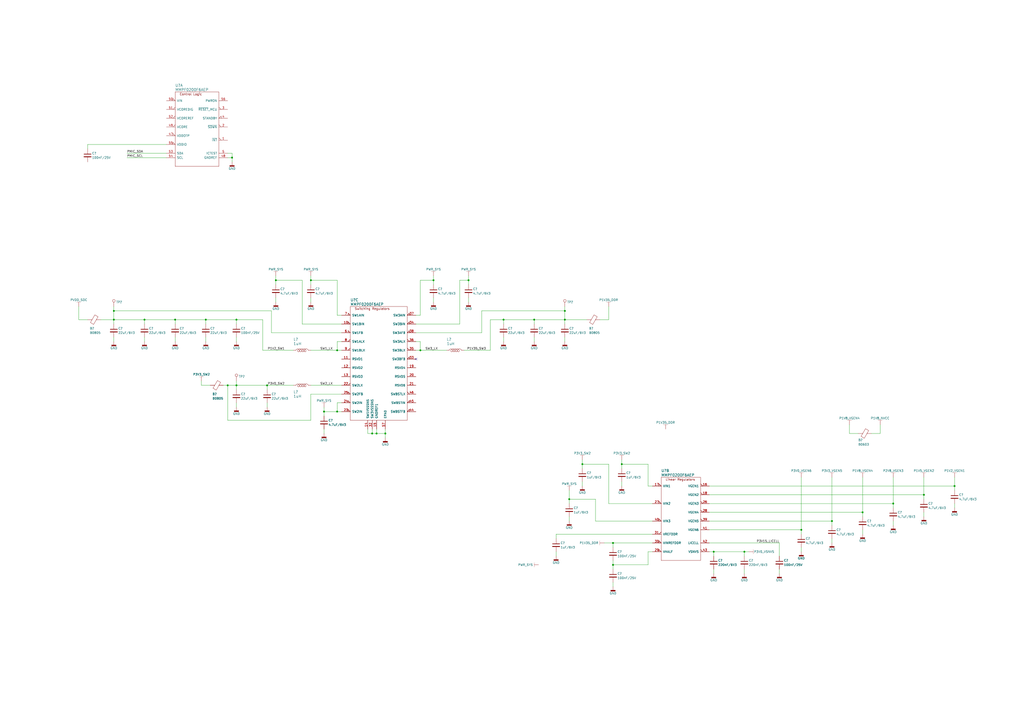
<source format=kicad_sch>
(kicad_sch (version 20210126) (generator eeschema)
  (paper "A2")
  (lib_symbols
    (symbol "symbol:B0603" (pin_numbers hide) (pin_names (offset 0))
      (property "Reference" "B" (at 2.54 2.54 0))
      (property "Value" "B0603" (at 2.54 0 0))
      (symbol "B0603_1_1"
        (pin passive line (at 0 5.08 270) (length 2.54) (name "~") (number "1"))
        (pin passive line (at 0 -2.54 90) (length 2.54) (name "~") (number "2"))
      )
    )
    (symbol "symbol:B0805" (pin_numbers hide) (pin_names (offset 0))
      (property "Reference" "B" (at 2.54 2.54 0))
      (property "Value" "B0805" (at 2.54 0 0))
      (symbol "B0805_1_1"
        (pin passive line (at 0 5.08 270) (length 2.54) (name "~") (number "1"))
        (pin passive line (at 0 -2.54 90) (length 2.54) (name "~") (number "2"))
      )
    )
    (symbol "symbol:C0402" (pin_numbers hide) (pin_names (offset 0.254))
      (property "Reference" "C" (at 2.54 2.54 0))
      (property "Value" "C0402" (at 2.54 0 0))
      (symbol "C0402_1_1"
        (pin passive line (at 0 5.08 270) (length 3.048) (name "~") (number "1"))
        (pin passive line (at 0 -2.54 90) (length 2.794) (name "~") (number "2"))
      )
    )
    (symbol "symbol:C0603" (pin_numbers hide) (pin_names (offset 0.254))
      (property "Reference" "C" (at 2.54 2.54 0))
      (property "Value" "C0603" (at 2.54 0 0))
      (symbol "C0603_1_1"
        (pin passive line (at 0 5.08 270) (length 3.048) (name "~") (number "1"))
        (pin passive line (at 0 -2.54 90) (length 2.794) (name "~") (number "2"))
      )
    )
    (symbol "symbol:GND" (power) (pin_names (offset 0))
      (property "Value" "GND" (at 0 -3.81 0))
      (symbol "GND_1_1"
        (pin power_in line (at 0 0 270) (length 0) hide (name "GND") (number "1"))
      )
    )
    (symbol "symbol:Inductor" (pin_numbers hide) (pin_names (offset 1.016) hide)
      (property "Reference" "L" (at -5.08 5.08 0))
      (property "Value" "Inductor" (at -5.08 2.54 0))
      (symbol "Inductor_1_1"
        (pin passive line (at -5.08 0 0) (length 1.4986) (name "~") (number "1"))
        (pin passive line (at 5.08 0 180) (length 1.4986) (name "~") (number "2"))
      )
    )
    (symbol "symbol:MMPF0200F6AEP" (pin_names (offset 1.016))
      (property "Reference" "U" (at 5.08 6.35 0))
      (property "Value" "MMPF0200F6AEP" (at 5.08 3.81 0))
      (symbol "MMPF0200F6AEP_1_0"
        (text "Control Logic" (at 7.62 1.27 0) (effects (font (size 1.27 1.27)) (justify left)))
      )
      (symbol "MMPF0200F6AEP_1_1"
        (pin passive output_low (at 35.56 -25.4 180) (length 5.08) (name "~INT") (number "1"))
        (pin passive output_low (at 35.56 -17.78 180) (length 5.08) (name "~SDWN") (number "2"))
        (pin passive output_low (at 35.56 -7.62 180) (length 5.08) (name "~RESET~_MCU") (number "3"))
        (pin passive input_low (at 35.56 -12.7 180) (length 5.08) (name "STANDBY") (number "4"))
        (pin passive input_low (at 0 -22.86 0) (length 5.08) (name "VDDOTP") (number "47"))
        (pin passive line (at 35.56 -35.56 180) (length 5.08) (name "GNDREF") (number "48"))
        (pin passive output_low (at 0 -17.78 0) (length 5.08) (name "VCORE") (number "49"))
        (pin passive line (at 35.56 -33.02 180) (length 5.08) (name "ICTEST") (number "5"))
        (pin passive input_low (at 0 -2.54 0) (length 5.08) (name "VIN") (number "50"))
        (pin passive output_low (at 0 -7.62 0) (length 5.08) (name "VCOREDIG") (number "51"))
        (pin passive output_low (at 0 -12.7 0) (length 5.08) (name "VCOREREF") (number "52"))
        (pin passive line (at 0 -33.02 0) (length 5.08) (name "SDA") (number "53"))
        (pin passive line (at 0 -35.56 0) (length 5.08) (name "SCL") (number "54"))
        (pin passive input_low (at 0 -27.94 0) (length 5.08) (name "VDDIO") (number "55"))
        (pin passive line (at 35.56 -2.54 180) (length 5.08) (name "PWRON") (number "56"))
      )
      (symbol "MMPF0200F6AEP_2_0"
        (text "Linear Regulators" (at 7.62 1.27 0) (effects (font (size 1.27 1.27)) (justify left)))
      )
      (symbol "MMPF0200F6AEP_2_1"
        (pin passive output_low (at 33.02 -2.54 180) (length 5.08) (name "VGEN1") (number "16"))
        (pin passive input_low (at 0 -2.54 0) (length 5.08) (name "VIN1") (number "17"))
        (pin passive output_low (at 33.02 -7.62 180) (length 5.08) (name "VGEN2") (number "18"))
        (pin passive output_low (at 33.02 -12.7 180) (length 5.08) (name "VGEN3") (number "26"))
        (pin passive input_low (at 0 -12.7 0) (length 5.08) (name "VIN2") (number "27"))
        (pin passive output_low (at 33.02 -17.78 180) (length 5.08) (name "VGEN4") (number "28"))
        (pin passive input_low (at 0 -40.64 0) (length 5.08) (name "VHALF") (number "29"))
        (pin passive input_low (at 0 -35.56 0) (length 5.08) (name "VINREFDDR") (number "30"))
        (pin passive output_low (at 0 -30.48 0) (length 5.08) (name "VREFDDR") (number "31"))
        (pin passive output_low (at 33.02 -22.86 180) (length 5.08) (name "VGEN5") (number "39"))
        (pin passive input_low (at 0 -22.86 0) (length 5.08) (name "VIN3") (number "40"))
        (pin passive line (at 33.02 -27.94 180) (length 5.08) (name "VGEN6") (number "41"))
        (pin passive line (at 33.02 -35.56 180) (length 5.08) (name "LICELL") (number "42"))
        (pin passive output_low (at 33.02 -40.64 180) (length 5.08) (name "VSNVS") (number "43"))
      )
      (symbol "MMPF0200F6AEP_3_0"
        (text "Switching Regulators" (at 7.62 1.27 0) (effects (font (size 1.27 1.27)) (justify left)))
      )
      (symbol "MMPF0200F6AEP_3_1"
        (pin passive input_low (at 0 -7.62 0) (length 5.08) (name "SW1BIN") (number "10"))
        (pin passive line (at 0 -27.94 0) (length 5.08) (name "RSVD1") (number "11"))
        (pin passive line (at 0 -33.02 0) (length 5.08) (name "RSVD2") (number "12"))
        (pin passive line (at 0 -38.1 0) (length 5.08) (name "RSVD3") (number "13"))
        (pin passive line (at 15.24 -68.58 90) (length 5.08) (name "SW1VSSSNS") (number "14"))
        (pin passive line (at 20.32 -68.58 90) (length 5.08) (name "GNDREF1") (number "15"))
        (pin passive line (at 43.18 -33.02 180) (length 5.08) (name "RSVD4") (number "19"))
        (pin passive line (at 43.18 -38.1 180) (length 5.08) (name "RSVD5") (number "20"))
        (pin passive line (at 43.18 -43.18 180) (length 5.08) (name "RSVD6") (number "21"))
        (pin passive output_low (at 0 -43.18 0) (length 5.08) (name "SW2LX") (number "22"))
        (pin passive input_low (at 0 -58.42 0) (length 5.08) (name "SW2IN") (number "23"))
        (pin passive input_low (at 0 -53.34 0) (length 5.08) (name "SW2IN") (number "24"))
        (pin passive input_low (at 0 -48.26 0) (length 5.08) (name "SW2FB") (number "25"))
        (pin passive line (at 17.78 -68.58 90) (length 5.08) (name "SW3VSSSNS") (number "32"))
        (pin passive input_low (at 43.18 -27.94 180) (length 5.08) (name "SW3BFB") (number "33"))
        (pin passive input_low (at 43.18 -7.62 180) (length 5.08) (name "SW3BIN") (number "34"))
        (pin passive output_low (at 43.18 -22.86 180) (length 5.08) (name "SW3BLX") (number "35"))
        (pin passive output_low (at 43.18 -17.78 180) (length 5.08) (name "SW3ALX") (number "36"))
        (pin passive input_low (at 43.18 -2.54 180) (length 5.08) (name "SW3AIN") (number "37"))
        (pin passive input_low (at 43.18 -12.7 180) (length 5.08) (name "SW3AFB") (number "38"))
        (pin passive input_low (at 43.18 -58.42 180) (length 5.08) (name "SWBSTFB") (number "44"))
        (pin passive input_low (at 43.18 -53.34 180) (length 5.08) (name "SWBSTIN") (number "45"))
        (pin passive output_low (at 43.18 -48.26 180) (length 5.08) (name "SWBSTLX") (number "46"))
        (pin passive line (at 25.4 -68.58 90) (length 5.08) (name "EPAD") (number "57"))
        (pin passive input_low (at 0 -12.7 0) (length 5.08) (name "SW1FB") (number "6"))
        (pin passive input_low (at 0 -2.54 0) (length 5.08) (name "SW1AIN") (number "7"))
        (pin passive output_low (at 0 -17.78 0) (length 5.08) (name "SW1ALX") (number "8"))
        (pin passive output_low (at 0 -22.86 0) (length 5.08) (name "SW1BLX") (number "9"))
      )
    )
    (symbol "symbol:MMPF0200F6AEP_1" (pin_names (offset 1.016))
      (property "Reference" "U" (at 5.08 6.35 0))
      (property "Value" "MMPF0200F6AEP" (at 5.08 3.81 0))
      (symbol "MMPF0200F6AEP_1_1_0"
        (text "Control Logic" (at 7.62 1.27 0) (effects (font (size 1.27 1.27)) (justify left)))
      )
      (symbol "MMPF0200F6AEP_1_1_1"
        (pin passive output_low (at 35.56 -25.4 180) (length 5.08) (name "~INT") (number "1"))
        (pin passive output_low (at 35.56 -17.78 180) (length 5.08) (name "~SDWN") (number "2"))
        (pin passive output_low (at 35.56 -7.62 180) (length 5.08) (name "~RESET~_MCU") (number "3"))
        (pin passive input_low (at 35.56 -12.7 180) (length 5.08) (name "STANDBY") (number "4"))
        (pin passive input_low (at 0 -22.86 0) (length 5.08) (name "VDDOTP") (number "47"))
        (pin passive line (at 35.56 -35.56 180) (length 5.08) (name "GNDREF") (number "48"))
        (pin passive output_low (at 0 -17.78 0) (length 5.08) (name "VCORE") (number "49"))
        (pin passive line (at 35.56 -33.02 180) (length 5.08) (name "ICTEST") (number "5"))
        (pin passive input_low (at 0 -2.54 0) (length 5.08) (name "VIN") (number "50"))
        (pin passive output_low (at 0 -7.62 0) (length 5.08) (name "VCOREDIG") (number "51"))
        (pin passive output_low (at 0 -12.7 0) (length 5.08) (name "VCOREREF") (number "52"))
        (pin passive line (at 0 -33.02 0) (length 5.08) (name "SDA") (number "53"))
        (pin passive line (at 0 -35.56 0) (length 5.08) (name "SCL") (number "54"))
        (pin passive input_low (at 0 -27.94 0) (length 5.08) (name "VDDIO") (number "55"))
        (pin passive line (at 35.56 -2.54 180) (length 5.08) (name "PWRON") (number "56"))
      )
      (symbol "MMPF0200F6AEP_1_2_0"
        (text "Linear Regulators" (at 7.62 1.27 0) (effects (font (size 1.27 1.27)) (justify left)))
      )
      (symbol "MMPF0200F6AEP_1_2_1"
        (pin passive output_low (at 33.02 -2.54 180) (length 5.08) (name "VGEN1") (number "16"))
        (pin passive input_low (at 0 -2.54 0) (length 5.08) (name "VIN1") (number "17"))
        (pin passive output_low (at 33.02 -7.62 180) (length 5.08) (name "VGEN2") (number "18"))
        (pin passive output_low (at 33.02 -12.7 180) (length 5.08) (name "VGEN3") (number "26"))
        (pin passive input_low (at 0 -12.7 0) (length 5.08) (name "VIN2") (number "27"))
        (pin passive output_low (at 33.02 -17.78 180) (length 5.08) (name "VGEN4") (number "28"))
        (pin passive input_low (at 0 -40.64 0) (length 5.08) (name "VHALF") (number "29"))
        (pin passive input_low (at 0 -35.56 0) (length 5.08) (name "VINREFDDR") (number "30"))
        (pin passive output_low (at 0 -30.48 0) (length 5.08) (name "VREFDDR") (number "31"))
        (pin passive output_low (at 33.02 -22.86 180) (length 5.08) (name "VGEN5") (number "39"))
        (pin passive input_low (at 0 -22.86 0) (length 5.08) (name "VIN3") (number "40"))
        (pin passive line (at 33.02 -27.94 180) (length 5.08) (name "VGEN6") (number "41"))
        (pin passive line (at 33.02 -35.56 180) (length 5.08) (name "LICELL") (number "42"))
        (pin passive output_low (at 33.02 -40.64 180) (length 5.08) (name "VSNVS") (number "43"))
      )
      (symbol "MMPF0200F6AEP_1_3_0"
        (text "Switching Regulators" (at 7.62 1.27 0) (effects (font (size 1.27 1.27)) (justify left)))
      )
      (symbol "MMPF0200F6AEP_1_3_1"
        (pin passive input_low (at 0 -7.62 0) (length 5.08) (name "SW1BIN") (number "10"))
        (pin passive line (at 0 -27.94 0) (length 5.08) (name "RSVD1") (number "11"))
        (pin passive line (at 0 -33.02 0) (length 5.08) (name "RSVD2") (number "12"))
        (pin passive line (at 0 -38.1 0) (length 5.08) (name "RSVD3") (number "13"))
        (pin passive line (at 15.24 -68.58 90) (length 5.08) (name "SW1VSSSNS") (number "14"))
        (pin passive line (at 20.32 -68.58 90) (length 5.08) (name "GNDREF1") (number "15"))
        (pin passive line (at 43.18 -33.02 180) (length 5.08) (name "RSVD4") (number "19"))
        (pin passive line (at 43.18 -38.1 180) (length 5.08) (name "RSVD5") (number "20"))
        (pin passive line (at 43.18 -43.18 180) (length 5.08) (name "RSVD6") (number "21"))
        (pin passive output_low (at 0 -43.18 0) (length 5.08) (name "SW2LX") (number "22"))
        (pin passive input_low (at 0 -58.42 0) (length 5.08) (name "SW2IN") (number "23"))
        (pin passive input_low (at 0 -53.34 0) (length 5.08) (name "SW2IN") (number "24"))
        (pin passive input_low (at 0 -48.26 0) (length 5.08) (name "SW2FB") (number "25"))
        (pin passive line (at 17.78 -68.58 90) (length 5.08) (name "SW3VSSSNS") (number "32"))
        (pin passive input_low (at 43.18 -27.94 180) (length 5.08) (name "SW3BFB") (number "33"))
        (pin passive input_low (at 43.18 -7.62 180) (length 5.08) (name "SW3BIN") (number "34"))
        (pin passive output_low (at 43.18 -22.86 180) (length 5.08) (name "SW3BLX") (number "35"))
        (pin passive output_low (at 43.18 -17.78 180) (length 5.08) (name "SW3ALX") (number "36"))
        (pin passive input_low (at 43.18 -2.54 180) (length 5.08) (name "SW3AIN") (number "37"))
        (pin passive input_low (at 43.18 -12.7 180) (length 5.08) (name "SW3AFB") (number "38"))
        (pin passive input_low (at 43.18 -58.42 180) (length 5.08) (name "SWBSTFB") (number "44"))
        (pin passive input_low (at 43.18 -53.34 180) (length 5.08) (name "SWBSTIN") (number "45"))
        (pin passive output_low (at 43.18 -48.26 180) (length 5.08) (name "SWBSTLX") (number "46"))
        (pin passive line (at 25.4 -68.58 90) (length 5.08) (name "EPAD") (number "57"))
        (pin passive input_low (at 0 -12.7 0) (length 5.08) (name "SW1FB") (number "6"))
        (pin passive input_low (at 0 -2.54 0) (length 5.08) (name "SW1AIN") (number "7"))
        (pin passive output_low (at 0 -17.78 0) (length 5.08) (name "SW1ALX") (number "8"))
        (pin passive output_low (at 0 -22.86 0) (length 5.08) (name "SW1BLX") (number "9"))
      )
    )
    (symbol "symbol:MMPF0200F6AEP_2" (pin_names (offset 1.016))
      (property "Reference" "U" (at 5.08 6.35 0))
      (property "Value" "MMPF0200F6AEP" (at 5.08 3.81 0))
      (symbol "MMPF0200F6AEP_2_1_0"
        (text "Control Logic" (at 7.62 1.27 0) (effects (font (size 1.27 1.27)) (justify left)))
      )
      (symbol "MMPF0200F6AEP_2_1_1"
        (pin passive output_low (at 35.56 -25.4 180) (length 5.08) (name "~INT") (number "1"))
        (pin passive output_low (at 35.56 -17.78 180) (length 5.08) (name "~SDWN") (number "2"))
        (pin passive output_low (at 35.56 -7.62 180) (length 5.08) (name "~RESET~_MCU") (number "3"))
        (pin passive input_low (at 35.56 -12.7 180) (length 5.08) (name "STANDBY") (number "4"))
        (pin passive input_low (at 0 -22.86 0) (length 5.08) (name "VDDOTP") (number "47"))
        (pin passive line (at 35.56 -35.56 180) (length 5.08) (name "GNDREF") (number "48"))
        (pin passive output_low (at 0 -17.78 0) (length 5.08) (name "VCORE") (number "49"))
        (pin passive line (at 35.56 -33.02 180) (length 5.08) (name "ICTEST") (number "5"))
        (pin passive input_low (at 0 -2.54 0) (length 5.08) (name "VIN") (number "50"))
        (pin passive output_low (at 0 -7.62 0) (length 5.08) (name "VCOREDIG") (number "51"))
        (pin passive output_low (at 0 -12.7 0) (length 5.08) (name "VCOREREF") (number "52"))
        (pin passive line (at 0 -33.02 0) (length 5.08) (name "SDA") (number "53"))
        (pin passive line (at 0 -35.56 0) (length 5.08) (name "SCL") (number "54"))
        (pin passive input_low (at 0 -27.94 0) (length 5.08) (name "VDDIO") (number "55"))
        (pin passive line (at 35.56 -2.54 180) (length 5.08) (name "PWRON") (number "56"))
      )
      (symbol "MMPF0200F6AEP_2_2_0"
        (text "Linear Regulators" (at 7.62 1.27 0) (effects (font (size 1.27 1.27)) (justify left)))
      )
      (symbol "MMPF0200F6AEP_2_2_1"
        (pin passive output_low (at 33.02 -2.54 180) (length 5.08) (name "VGEN1") (number "16"))
        (pin passive input_low (at 0 -2.54 0) (length 5.08) (name "VIN1") (number "17"))
        (pin passive output_low (at 33.02 -7.62 180) (length 5.08) (name "VGEN2") (number "18"))
        (pin passive output_low (at 33.02 -12.7 180) (length 5.08) (name "VGEN3") (number "26"))
        (pin passive input_low (at 0 -12.7 0) (length 5.08) (name "VIN2") (number "27"))
        (pin passive output_low (at 33.02 -17.78 180) (length 5.08) (name "VGEN4") (number "28"))
        (pin passive input_low (at 0 -40.64 0) (length 5.08) (name "VHALF") (number "29"))
        (pin passive input_low (at 0 -35.56 0) (length 5.08) (name "VINREFDDR") (number "30"))
        (pin passive output_low (at 0 -30.48 0) (length 5.08) (name "VREFDDR") (number "31"))
        (pin passive output_low (at 33.02 -22.86 180) (length 5.08) (name "VGEN5") (number "39"))
        (pin passive input_low (at 0 -22.86 0) (length 5.08) (name "VIN3") (number "40"))
        (pin passive line (at 33.02 -27.94 180) (length 5.08) (name "VGEN6") (number "41"))
        (pin passive line (at 33.02 -35.56 180) (length 5.08) (name "LICELL") (number "42"))
        (pin passive output_low (at 33.02 -40.64 180) (length 5.08) (name "VSNVS") (number "43"))
      )
      (symbol "MMPF0200F6AEP_2_3_0"
        (text "Switching Regulators" (at 7.62 1.27 0) (effects (font (size 1.27 1.27)) (justify left)))
      )
      (symbol "MMPF0200F6AEP_2_3_1"
        (pin passive input_low (at 0 -7.62 0) (length 5.08) (name "SW1BIN") (number "10"))
        (pin passive line (at 0 -27.94 0) (length 5.08) (name "RSVD1") (number "11"))
        (pin passive line (at 0 -33.02 0) (length 5.08) (name "RSVD2") (number "12"))
        (pin passive line (at 0 -38.1 0) (length 5.08) (name "RSVD3") (number "13"))
        (pin passive line (at 15.24 -68.58 90) (length 5.08) (name "SW1VSSSNS") (number "14"))
        (pin passive line (at 20.32 -68.58 90) (length 5.08) (name "GNDREF1") (number "15"))
        (pin passive line (at 43.18 -33.02 180) (length 5.08) (name "RSVD4") (number "19"))
        (pin passive line (at 43.18 -38.1 180) (length 5.08) (name "RSVD5") (number "20"))
        (pin passive line (at 43.18 -43.18 180) (length 5.08) (name "RSVD6") (number "21"))
        (pin passive output_low (at 0 -43.18 0) (length 5.08) (name "SW2LX") (number "22"))
        (pin passive input_low (at 0 -58.42 0) (length 5.08) (name "SW2IN") (number "23"))
        (pin passive input_low (at 0 -53.34 0) (length 5.08) (name "SW2IN") (number "24"))
        (pin passive input_low (at 0 -48.26 0) (length 5.08) (name "SW2FB") (number "25"))
        (pin passive line (at 17.78 -68.58 90) (length 5.08) (name "SW3VSSSNS") (number "32"))
        (pin passive input_low (at 43.18 -27.94 180) (length 5.08) (name "SW3BFB") (number "33"))
        (pin passive input_low (at 43.18 -7.62 180) (length 5.08) (name "SW3BIN") (number "34"))
        (pin passive output_low (at 43.18 -22.86 180) (length 5.08) (name "SW3BLX") (number "35"))
        (pin passive output_low (at 43.18 -17.78 180) (length 5.08) (name "SW3ALX") (number "36"))
        (pin passive input_low (at 43.18 -2.54 180) (length 5.08) (name "SW3AIN") (number "37"))
        (pin passive input_low (at 43.18 -12.7 180) (length 5.08) (name "SW3AFB") (number "38"))
        (pin passive input_low (at 43.18 -58.42 180) (length 5.08) (name "SWBSTFB") (number "44"))
        (pin passive input_low (at 43.18 -53.34 180) (length 5.08) (name "SWBSTIN") (number "45"))
        (pin passive output_low (at 43.18 -48.26 180) (length 5.08) (name "SWBSTLX") (number "46"))
        (pin passive line (at 25.4 -68.58 90) (length 5.08) (name "EPAD") (number "57"))
        (pin passive input_low (at 0 -12.7 0) (length 5.08) (name "SW1FB") (number "6"))
        (pin passive input_low (at 0 -2.54 0) (length 5.08) (name "SW1AIN") (number "7"))
        (pin passive output_low (at 0 -17.78 0) (length 5.08) (name "SW1ALX") (number "8"))
        (pin passive output_low (at 0 -22.86 0) (length 5.08) (name "SW1BLX") (number "9"))
      )
    )
    (symbol "symbol:P1V2_VGEN1" (power) (pin_names (offset 0))
      (property "Value" "P1V2_VGEN1" (at 0 3.81 0))
      (symbol "P1V2_VGEN1_1_1"
        (pin power_in line (at 0 0 90) (length 0) hide (name "P1V2_VGEN1") (number "1"))
      )
    )
    (symbol "symbol:P1V35_DDR" (power) (pin_names (offset 0))
      (property "Value" "P1V35_DDR" (at 0 3.81 0))
      (symbol "P1V35_DDR_1_1"
        (pin power_in line (at 0 0 90) (length 0) hide (name "P1V35_DDR") (number "1"))
      )
    )
    (symbol "symbol:P1V5_VGEN2" (power) (pin_names (offset 0))
      (property "Value" "P1V5_VGEN2" (at 0 3.81 0))
      (symbol "P1V5_VGEN2_1_1"
        (pin power_in line (at 0 0 90) (length 0) hide (name "P1V5_VGEN2") (number "1"))
      )
    )
    (symbol "symbol:P1V8_NVCC" (power) (pin_names (offset 0))
      (property "Value" "P1V8_NVCC" (at 0 3.81 0))
      (symbol "P1V8_NVCC_1_1"
        (pin power_in line (at 0 0 90) (length 0) hide (name "P1V8_NVCC") (number "1"))
      )
    )
    (symbol "symbol:P1V8_VGEN4" (power) (pin_names (offset 0))
      (property "Value" "P1V8_VGEN4" (at 0 3.81 0))
      (symbol "P1V8_VGEN4_1_1"
        (pin power_in line (at 0 0 90) (length 0) hide (name "P1V8_VGEN4") (number "1"))
      )
    )
    (symbol "symbol:P2V8_VGEN3" (power) (pin_names (offset 0))
      (property "Value" "P2V8_VGEN3" (at 0 3.81 0))
      (symbol "P2V8_VGEN3_1_1"
        (pin power_in line (at 0 0 90) (length 0) hide (name "P2V8_VGEN3") (number "1"))
      )
    )
    (symbol "symbol:P3V0_VGEN6" (power) (pin_names (offset 0))
      (property "Value" "P3V0_VGEN6" (at 0 3.81 0))
      (symbol "P3V0_VGEN6_1_1"
        (pin power_in line (at 0 0 90) (length 0) hide (name "P3V0_VGEN6") (number "1"))
      )
    )
    (symbol "symbol:P3V0_VSNVS" (power) (pin_names (offset 0))
      (property "Value" "P3V0_VSNVS" (at 0 3.81 0))
      (symbol "P3V0_VSNVS_1_1"
        (pin power_in line (at 0 0 90) (length 0) hide (name "P3V0_VSNVS") (number "1"))
      )
    )
    (symbol "symbol:P3V3_SW2" (power) (pin_names (offset 0))
      (property "Value" "P3V3_SW2" (at 0 3.81 0))
      (symbol "P3V3_SW2_1_1"
        (pin power_in line (at 0 0 90) (length 0) hide (name "P3V3_SW2") (number "1"))
      )
    )
    (symbol "symbol:P3V3_VGEN5" (power) (pin_names (offset 0))
      (property "Value" "P3V3_VGEN5" (at 0 3.81 0))
      (symbol "P3V3_VGEN5_1_1"
        (pin power_in line (at 0 0 90) (length 0) hide (name "P3V3_VGEN5") (number "1"))
      )
    )
    (symbol "symbol:PVDD_SOC" (power) (pin_names (offset 0))
      (property "Value" "PVDD_SOC" (at 0 3.81 0))
      (symbol "PVDD_SOC_1_1"
        (pin power_in line (at 0 0 90) (length 0) hide (name "PVDD_SOC") (number "1"))
      )
    )
    (symbol "symbol:PWR_SYS" (power) (pin_names (offset 0))
      (property "Value" "PWR_SYS" (at 0 3.81 0))
      (symbol "PWR_SYS_1_1"
        (pin power_in line (at 0 0 90) (length 0) hide (name "PWR_SYS") (number "1"))
      )
    )
    (symbol "symbol:TestPoint" (pin_numbers hide) (pin_names (offset 0.762) hide)
      (property "Reference" "TP" (at 0 6.858 0))
      (property "Value" "TestPoint" (at 0 5.08 0))
      (symbol "TestPoint_1_1"
        (pin passive line (at 0 0 90) (length 2.54) (name "1") (number "1"))
      )
    )
  )
  (junction (at 66.04 180.34) (diameter 0.9144))
  (junction (at 66.04 185.42) (diameter 0.9144))
  (junction (at 83.82 185.42) (diameter 0.9144))
  (junction (at 101.6 185.42) (diameter 0.9144))
  (junction (at 119.38 185.42) (diameter 0.9144))
  (junction (at 132.08 223.52) (diameter 0.9144))
  (junction (at 134.62 91.44) (diameter 0.9144))
  (junction (at 137.16 185.42) (diameter 0.9144))
  (junction (at 137.16 223.52) (diameter 0.9144))
  (junction (at 154.94 223.52) (diameter 0.9144))
  (junction (at 160.02 162.56) (diameter 0.9144))
  (junction (at 180.34 162.56) (diameter 0.9144))
  (junction (at 187.96 238.76) (diameter 0.9144))
  (junction (at 195.58 203.2) (diameter 0.9144))
  (junction (at 195.58 238.76) (diameter 0.9144))
  (junction (at 215.9 251.46) (diameter 0.9144))
  (junction (at 218.44 251.46) (diameter 0.9144))
  (junction (at 223.52 251.46) (diameter 0.9144))
  (junction (at 243.84 203.2) (diameter 0.9144))
  (junction (at 251.46 162.56) (diameter 0.9144))
  (junction (at 271.78 162.56) (diameter 0.9144))
  (junction (at 292.1 185.42) (diameter 0.9144))
  (junction (at 309.88 185.42) (diameter 0.9144))
  (junction (at 327.66 180.34) (diameter 0.9144))
  (junction (at 327.66 185.42) (diameter 0.9144))
  (junction (at 330.2 289.56) (diameter 0.9144))
  (junction (at 337.82 269.24) (diameter 0.9144))
  (junction (at 355.6 314.96) (diameter 0.9144))
  (junction (at 355.6 327.66) (diameter 0.9144))
  (junction (at 360.68 269.24) (diameter 0.9144))
  (junction (at 414.02 320.04) (diameter 0.9144))
  (junction (at 431.8 320.04) (diameter 0.9144))
  (junction (at 464.82 307.34) (diameter 0.9144))
  (junction (at 482.6 302.26) (diameter 0.9144))
  (junction (at 500.38 297.18) (diameter 0.9144))
  (junction (at 518.16 292.1) (diameter 0.9144))
  (junction (at 535.94 287.02) (diameter 0.9144))
  (junction (at 553.72 281.94) (diameter 0.9144))
  (no_connect (at 241.3 208.28))
  (wire (pts (xy 45.72 177.8) (xy 45.72 185.42)))
  (wire (pts (xy 45.72 185.42) (xy 50.8 185.42)))
  (wire (pts (xy 50.8 83.82) (xy 50.8 86.36)))
  (wire (pts (xy 58.42 185.42) (xy 66.04 185.42)))
  (wire (pts (xy 66.04 177.8) (xy 66.04 180.34)))
  (wire (pts (xy 66.04 180.34) (xy 66.04 185.42)))
  (wire (pts (xy 66.04 180.34) (xy 157.48 180.34)))
  (wire (pts (xy 66.04 185.42) (xy 83.82 185.42)))
  (wire (pts (xy 66.04 187.96) (xy 66.04 185.42)))
  (wire (pts (xy 66.04 195.58) (xy 66.04 198.12)))
  (wire (pts (xy 73.66 88.9) (xy 96.52 88.9)))
  (wire (pts (xy 73.66 91.44) (xy 96.52 91.44)))
  (wire (pts (xy 83.82 185.42) (xy 101.6 185.42)))
  (wire (pts (xy 83.82 187.96) (xy 83.82 185.42)))
  (wire (pts (xy 83.82 195.58) (xy 83.82 198.12)))
  (wire (pts (xy 96.52 83.82) (xy 50.8 83.82)))
  (wire (pts (xy 101.6 185.42) (xy 101.6 187.96)))
  (wire (pts (xy 101.6 185.42) (xy 119.38 185.42)))
  (wire (pts (xy 101.6 195.58) (xy 101.6 198.12)))
  (wire (pts (xy 116.84 220.98) (xy 116.84 223.52)))
  (wire (pts (xy 116.84 223.52) (xy 121.92 223.52)))
  (wire (pts (xy 119.38 185.42) (xy 137.16 185.42)))
  (wire (pts (xy 119.38 187.96) (xy 119.38 185.42)))
  (wire (pts (xy 119.38 195.58) (xy 119.38 198.12)))
  (wire (pts (xy 129.54 223.52) (xy 132.08 223.52)))
  (wire (pts (xy 132.08 88.9) (xy 134.62 88.9)))
  (wire (pts (xy 132.08 91.44) (xy 134.62 91.44)))
  (wire (pts (xy 132.08 223.52) (xy 137.16 223.52)))
  (wire (pts (xy 132.08 243.84) (xy 132.08 223.52)))
  (wire (pts (xy 134.62 88.9) (xy 134.62 91.44)))
  (wire (pts (xy 134.62 91.44) (xy 134.62 93.98)))
  (wire (pts (xy 137.16 185.42) (xy 152.4 185.42)))
  (wire (pts (xy 137.16 187.96) (xy 137.16 185.42)))
  (wire (pts (xy 137.16 195.58) (xy 137.16 198.12)))
  (wire (pts (xy 137.16 220.98) (xy 137.16 223.52)))
  (wire (pts (xy 137.16 223.52) (xy 137.16 226.06)))
  (wire (pts (xy 137.16 223.52) (xy 154.94 223.52)))
  (wire (pts (xy 137.16 233.68) (xy 137.16 236.22)))
  (wire (pts (xy 152.4 185.42) (xy 152.4 203.2)))
  (wire (pts (xy 152.4 203.2) (xy 170.18 203.2)))
  (wire (pts (xy 154.94 223.52) (xy 170.18 223.52)))
  (wire (pts (xy 154.94 226.06) (xy 154.94 223.52)))
  (wire (pts (xy 154.94 233.68) (xy 154.94 236.22)))
  (wire (pts (xy 157.48 193.04) (xy 157.48 180.34)))
  (wire (pts (xy 160.02 160.02) (xy 160.02 162.56)))
  (wire (pts (xy 160.02 162.56) (xy 160.02 165.1)))
  (wire (pts (xy 160.02 172.72) (xy 160.02 175.26)))
  (wire (pts (xy 175.26 162.56) (xy 160.02 162.56)))
  (wire (pts (xy 175.26 187.96) (xy 175.26 162.56)))
  (wire (pts (xy 180.34 160.02) (xy 180.34 162.56)))
  (wire (pts (xy 180.34 162.56) (xy 180.34 165.1)))
  (wire (pts (xy 180.34 162.56) (xy 195.58 162.56)))
  (wire (pts (xy 180.34 172.72) (xy 180.34 175.26)))
  (wire (pts (xy 180.34 203.2) (xy 195.58 203.2)))
  (wire (pts (xy 180.34 223.52) (xy 198.12 223.52)))
  (wire (pts (xy 180.34 228.6) (xy 180.34 243.84)))
  (wire (pts (xy 180.34 243.84) (xy 132.08 243.84)))
  (wire (pts (xy 187.96 236.22) (xy 187.96 238.76)))
  (wire (pts (xy 187.96 238.76) (xy 187.96 241.3)))
  (wire (pts (xy 187.96 238.76) (xy 195.58 238.76)))
  (wire (pts (xy 187.96 248.92) (xy 187.96 251.46)))
  (wire (pts (xy 195.58 182.88) (xy 195.58 162.56)))
  (wire (pts (xy 195.58 198.12) (xy 195.58 203.2)))
  (wire (pts (xy 195.58 203.2) (xy 198.12 203.2)))
  (wire (pts (xy 195.58 233.68) (xy 195.58 238.76)))
  (wire (pts (xy 195.58 238.76) (xy 198.12 238.76)))
  (wire (pts (xy 198.12 182.88) (xy 195.58 182.88)))
  (wire (pts (xy 198.12 187.96) (xy 175.26 187.96)))
  (wire (pts (xy 198.12 193.04) (xy 157.48 193.04)))
  (wire (pts (xy 198.12 198.12) (xy 195.58 198.12)))
  (wire (pts (xy 198.12 228.6) (xy 180.34 228.6)))
  (wire (pts (xy 198.12 233.68) (xy 195.58 233.68)))
  (wire (pts (xy 213.36 248.92) (xy 213.36 251.46)))
  (wire (pts (xy 213.36 251.46) (xy 215.9 251.46)))
  (wire (pts (xy 215.9 248.92) (xy 215.9 251.46)))
  (wire (pts (xy 215.9 251.46) (xy 218.44 251.46)))
  (wire (pts (xy 218.44 248.92) (xy 218.44 251.46)))
  (wire (pts (xy 218.44 251.46) (xy 223.52 251.46)))
  (wire (pts (xy 223.52 248.92) (xy 223.52 251.46)))
  (wire (pts (xy 223.52 251.46) (xy 223.52 254)))
  (wire (pts (xy 241.3 182.88) (xy 243.84 182.88)))
  (wire (pts (xy 241.3 187.96) (xy 266.7 187.96)))
  (wire (pts (xy 241.3 193.04) (xy 279.4 193.04)))
  (wire (pts (xy 241.3 198.12) (xy 243.84 198.12)))
  (wire (pts (xy 241.3 203.2) (xy 243.84 203.2)))
  (wire (pts (xy 243.84 162.56) (xy 251.46 162.56)))
  (wire (pts (xy 243.84 182.88) (xy 243.84 162.56)))
  (wire (pts (xy 243.84 198.12) (xy 243.84 203.2)))
  (wire (pts (xy 243.84 203.2) (xy 259.08 203.2)))
  (wire (pts (xy 251.46 160.02) (xy 251.46 162.56)))
  (wire (pts (xy 251.46 162.56) (xy 251.46 165.1)))
  (wire (pts (xy 251.46 172.72) (xy 251.46 175.26)))
  (wire (pts (xy 266.7 162.56) (xy 271.78 162.56)))
  (wire (pts (xy 266.7 187.96) (xy 266.7 162.56)))
  (wire (pts (xy 269.24 203.2) (xy 284.48 203.2)))
  (wire (pts (xy 271.78 160.02) (xy 271.78 162.56)))
  (wire (pts (xy 271.78 162.56) (xy 271.78 165.1)))
  (wire (pts (xy 271.78 172.72) (xy 271.78 175.26)))
  (wire (pts (xy 279.4 180.34) (xy 327.66 180.34)))
  (wire (pts (xy 279.4 193.04) (xy 279.4 180.34)))
  (wire (pts (xy 284.48 185.42) (xy 284.48 203.2)))
  (wire (pts (xy 284.48 185.42) (xy 292.1 185.42)))
  (wire (pts (xy 292.1 185.42) (xy 309.88 185.42)))
  (wire (pts (xy 292.1 187.96) (xy 292.1 185.42)))
  (wire (pts (xy 292.1 195.58) (xy 292.1 198.12)))
  (wire (pts (xy 309.88 185.42) (xy 309.88 187.96)))
  (wire (pts (xy 309.88 185.42) (xy 327.66 185.42)))
  (wire (pts (xy 309.88 195.58) (xy 309.88 198.12)))
  (wire (pts (xy 322.58 309.88) (xy 322.58 312.42)))
  (wire (pts (xy 322.58 309.88) (xy 378.46 309.88)))
  (wire (pts (xy 322.58 320.04) (xy 322.58 322.58)))
  (wire (pts (xy 327.66 177.8) (xy 327.66 180.34)))
  (wire (pts (xy 327.66 180.34) (xy 327.66 185.42)))
  (wire (pts (xy 327.66 185.42) (xy 340.36 185.42)))
  (wire (pts (xy 327.66 187.96) (xy 327.66 185.42)))
  (wire (pts (xy 327.66 195.58) (xy 327.66 198.12)))
  (wire (pts (xy 330.2 284.48) (xy 330.2 289.56)))
  (wire (pts (xy 330.2 289.56) (xy 330.2 292.1)))
  (wire (pts (xy 330.2 299.72) (xy 330.2 302.26)))
  (wire (pts (xy 337.82 266.7) (xy 337.82 269.24)))
  (wire (pts (xy 337.82 269.24) (xy 337.82 271.78)))
  (wire (pts (xy 337.82 279.4) (xy 337.82 281.94)))
  (wire (pts (xy 345.44 289.56) (xy 330.2 289.56)))
  (wire (pts (xy 345.44 302.26) (xy 345.44 289.56)))
  (wire (pts (xy 350.52 314.96) (xy 355.6 314.96)))
  (wire (pts (xy 353.06 177.8) (xy 353.06 185.42)))
  (wire (pts (xy 353.06 185.42) (xy 347.98 185.42)))
  (wire (pts (xy 353.06 269.24) (xy 337.82 269.24)))
  (wire (pts (xy 353.06 292.1) (xy 353.06 269.24)))
  (wire (pts (xy 355.6 314.96) (xy 355.6 317.5)))
  (wire (pts (xy 355.6 314.96) (xy 378.46 314.96)))
  (wire (pts (xy 355.6 325.12) (xy 355.6 327.66)))
  (wire (pts (xy 355.6 327.66) (xy 355.6 330.2)))
  (wire (pts (xy 355.6 327.66) (xy 375.92 327.66)))
  (wire (pts (xy 355.6 337.82) (xy 355.6 340.36)))
  (wire (pts (xy 360.68 266.7) (xy 360.68 269.24)))
  (wire (pts (xy 360.68 269.24) (xy 360.68 271.78)))
  (wire (pts (xy 360.68 269.24) (xy 375.92 269.24)))
  (wire (pts (xy 360.68 279.4) (xy 360.68 281.94)))
  (wire (pts (xy 375.92 269.24) (xy 375.92 281.94)))
  (wire (pts (xy 375.92 281.94) (xy 378.46 281.94)))
  (wire (pts (xy 375.92 320.04) (xy 375.92 327.66)))
  (wire (pts (xy 378.46 292.1) (xy 353.06 292.1)))
  (wire (pts (xy 378.46 302.26) (xy 345.44 302.26)))
  (wire (pts (xy 378.46 320.04) (xy 375.92 320.04)))
  (wire (pts (xy 411.48 281.94) (xy 553.72 281.94)))
  (wire (pts (xy 411.48 287.02) (xy 535.94 287.02)))
  (wire (pts (xy 411.48 292.1) (xy 518.16 292.1)))
  (wire (pts (xy 411.48 297.18) (xy 500.38 297.18)))
  (wire (pts (xy 411.48 302.26) (xy 482.6 302.26)))
  (wire (pts (xy 411.48 307.34) (xy 464.82 307.34)))
  (wire (pts (xy 411.48 314.96) (xy 452.12 314.96)))
  (wire (pts (xy 414.02 320.04) (xy 411.48 320.04)))
  (wire (pts (xy 414.02 320.04) (xy 414.02 322.58)))
  (wire (pts (xy 414.02 330.2) (xy 414.02 332.74)))
  (wire (pts (xy 431.8 320.04) (xy 414.02 320.04)))
  (wire (pts (xy 431.8 320.04) (xy 434.34 320.04)))
  (wire (pts (xy 431.8 322.58) (xy 431.8 320.04)))
  (wire (pts (xy 431.8 330.2) (xy 431.8 332.74)))
  (wire (pts (xy 452.12 322.58) (xy 452.12 314.96)))
  (wire (pts (xy 452.12 330.2) (xy 452.12 332.74)))
  (wire (pts (xy 464.82 276.86) (xy 464.82 307.34)))
  (wire (pts (xy 464.82 309.88) (xy 464.82 307.34)))
  (wire (pts (xy 464.82 317.5) (xy 464.82 320.04)))
  (wire (pts (xy 482.6 276.86) (xy 482.6 302.26)))
  (wire (pts (xy 482.6 302.26) (xy 482.6 304.8)))
  (wire (pts (xy 482.6 312.42) (xy 482.6 314.96)))
  (wire (pts (xy 492.76 246.38) (xy 492.76 251.46)))
  (wire (pts (xy 492.76 251.46) (xy 497.84 251.46)))
  (wire (pts (xy 500.38 276.86) (xy 500.38 297.18)))
  (wire (pts (xy 500.38 299.72) (xy 500.38 297.18)))
  (wire (pts (xy 500.38 307.34) (xy 500.38 309.88)))
  (wire (pts (xy 510.54 246.38) (xy 510.54 251.46)))
  (wire (pts (xy 510.54 251.46) (xy 505.46 251.46)))
  (wire (pts (xy 518.16 276.86) (xy 518.16 292.1)))
  (wire (pts (xy 518.16 292.1) (xy 518.16 294.64)))
  (wire (pts (xy 518.16 302.26) (xy 518.16 304.8)))
  (wire (pts (xy 535.94 276.86) (xy 535.94 287.02)))
  (wire (pts (xy 535.94 287.02) (xy 535.94 289.56)))
  (wire (pts (xy 535.94 297.18) (xy 535.94 299.72)))
  (wire (pts (xy 553.72 276.86) (xy 553.72 281.94)))
  (wire (pts (xy 553.72 284.48) (xy 553.72 281.94)))
  (wire (pts (xy 553.72 292.1) (xy 553.72 294.64)))
  (label "PMIC_SDA" (at 73.66 88.9 0))
  (label "PMIC_SCL" (at 73.66 91.44 0))
  (label "P1V2_SW1" (at 165.1 203.2 180))
  (label "P3V0_SW2" (at 165.1 223.52 180))
  (label "SW1_LX" (at 193.04 203.2 180))
  (label "SW2_LX" (at 193.04 223.52 180))
  (label "SW3_LX" (at 254 203.2 180))
  (label "P1V35_SW3" (at 281.94 203.2 180))
  (label "P3V15_LICELL" (at 452.12 314.96 180))
  (symbol (lib_id "symbol:TestPoint") (at 66.04 177.8 0) (unit 1)
    (property "Reference" "TP?" (at 67.31 175.26 0) (effects (justify left)))
    (property "Value" "TestPoint" (effects hide))
    (property "Footprint" "footprint:TestPoint_C40" (effects hide))
    (property "Category" "PCB" (effects hide))
  )
  (symbol (lib_id "symbol:TestPoint") (at 137.16 220.98 0) (unit 1)
    (property "Reference" "TP?" (at 138.43 218.44 0) (effects (justify left)))
    (property "Value" "TestPoint" (effects hide))
    (property "Footprint" "footprint:TestPoint_C40" (effects hide))
    (property "Category" "PCB" (effects hide))
  )
  (symbol (lib_id "symbol:TestPoint") (at 327.66 177.8 0) (unit 1)
    (property "Reference" "TP?" (at 328.93 175.26 0) (effects (justify left)))
    (property "Value" "TestPoint" (effects hide))
    (property "Footprint" "footprint:TestPoint_C40" (effects hide))
    (property "Category" "PCB" (effects hide))
  )
  (symbol (lib_id "symbol:PVDD_SOC") (at 45.72 177.8 0) (unit 1)
    (property "Reference" "#PWR?" (effects hide))
    (property "Value" "PVDD_SOC" (at 45.72 173.99 0))
  )
  (symbol (lib_id "symbol:P3V3_SW2") (at 116.84 220.98 0) (unit 1)
    (property "Reference" "#PWR?" (effects hide))
    (property "Value" "P3V3_SW2" (at 116.84 217.17 0))
  )
  (symbol (lib_id "symbol:PWR_SYS") (at 160.02 160.02 0) (unit 1)
    (property "Reference" "#PWR?" (effects hide))
    (property "Value" "PWR_SYS" (at 160.02 156.21 0))
  )
  (symbol (lib_id "symbol:PWR_SYS") (at 180.34 160.02 0) (unit 1)
    (property "Reference" "#PWR?" (effects hide))
    (property "Value" "PWR_SYS" (at 180.34 156.21 0))
  )
  (symbol (lib_id "symbol:PWR_SYS") (at 187.96 236.22 0) (unit 1)
    (property "Reference" "#PWR?" (effects hide))
    (property "Value" "PWR_SYS" (at 187.96 232.41 0))
  )
  (symbol (lib_id "symbol:PWR_SYS") (at 251.46 160.02 0) (unit 1)
    (property "Reference" "#PWR?" (effects hide))
    (property "Value" "PWR_SYS" (at 251.46 156.21 0))
  )
  (symbol (lib_id "symbol:PWR_SYS") (at 271.78 160.02 0) (unit 1)
    (property "Reference" "#PWR?" (effects hide))
    (property "Value" "PWR_SYS" (at 271.78 156.21 0))
  )
  (symbol (lib_id "symbol:PWR_SYS") (at 312.42 327.66 90) (unit 1)
    (property "Reference" "#PWR?" (effects hide))
    (property "Value" "PWR_SYS" (at 304.8 327.66 90))
  )
  (symbol (lib_id "symbol:PWR_SYS") (at 330.2 284.48 0) (unit 1)
    (property "Reference" "#PWR0155" (effects hide))
    (property "Value" "PWR_SYS" (at 330.2 280.67 0))
  )
  (symbol (lib_id "symbol:P3V3_SW2") (at 337.82 266.7 0) (unit 1)
    (property "Reference" "#PWR?" (effects hide))
    (property "Value" "P3V3_SW2" (at 337.82 262.89 0))
  )
  (symbol (lib_id "symbol:P1V35_DDR") (at 350.52 314.96 90) (unit 1)
    (property "Reference" "#PWR0151" (effects hide))
    (property "Value" "P1V35_DDR" (at 341.63 314.96 90))
  )
  (symbol (lib_id "symbol:P1V35_DDR") (at 353.06 177.8 0) (unit 1)
    (property "Reference" "#PWR?" (effects hide))
    (property "Value" "P1V35_DDR" (at 353.06 173.99 0))
  )
  (symbol (lib_id "symbol:P3V3_SW2") (at 360.68 266.7 0) (unit 1)
    (property "Reference" "#PWR?" (effects hide))
    (property "Value" "P3V3_SW2" (at 360.68 262.89 0))
  )
  (symbol (lib_id "symbol:P1V35_DDR") (at 386.08 248.92 0) (unit 1)
    (property "Reference" "#PWR0154" (effects hide))
    (property "Value" "P1V35_DDR" (at 386.08 245.11 0))
  )
  (symbol (lib_id "symbol:P3V0_VSNVS") (at 434.34 320.04 270) (unit 1)
    (property "Reference" "#PWR?" (effects hide))
    (property "Value" "P3V0_VSNVS" (at 443.23 320.04 90))
  )
  (symbol (lib_id "symbol:P3V0_VGEN6") (at 464.82 276.86 0) (unit 1)
    (property "Reference" "#PWR?" (effects hide))
    (property "Value" "P3V0_VGEN6" (at 464.82 273.05 0))
  )
  (symbol (lib_id "symbol:P3V3_VGEN5") (at 482.6 276.86 0) (unit 1)
    (property "Reference" "#PWR?" (effects hide))
    (property "Value" "P3V3_VGEN5" (at 482.6 273.05 0))
  )
  (symbol (lib_id "symbol:P1V8_VGEN4") (at 492.76 246.38 0) (unit 1)
    (property "Reference" "#PWR?" (effects hide))
    (property "Value" "P1V8_VGEN4" (at 492.76 242.57 0))
  )
  (symbol (lib_id "symbol:P1V8_VGEN4") (at 500.38 276.86 0) (unit 1)
    (property "Reference" "#PWR?" (effects hide))
    (property "Value" "P1V8_VGEN4" (at 500.38 273.05 0))
  )
  (symbol (lib_id "symbol:P1V8_NVCC") (at 510.54 246.38 0) (unit 1)
    (property "Reference" "#PWR?" (effects hide))
    (property "Value" "P1V8_NVCC" (at 510.54 242.57 0))
  )
  (symbol (lib_id "symbol:P2V8_VGEN3") (at 518.16 276.86 0) (unit 1)
    (property "Reference" "#PWR?" (effects hide))
    (property "Value" "P2V8_VGEN3" (at 518.16 273.05 0))
  )
  (symbol (lib_id "symbol:P1V5_VGEN2") (at 535.94 276.86 0) (unit 1)
    (property "Reference" "#PWR?" (effects hide))
    (property "Value" "P1V5_VGEN2" (at 535.94 273.05 0))
  )
  (symbol (lib_id "symbol:P1V2_VGEN1") (at 553.72 276.86 0) (unit 1)
    (property "Reference" "#PWR?" (effects hide))
    (property "Value" "P1V2_VGEN1" (at 553.72 273.05 0))
  )
  (symbol (lib_id "symbol:GND") (at 66.04 198.12 0) (unit 1)
    (property "Reference" "#PWR?" (effects hide))
    (property "Value" "GND" (at 66.04 201.93 0))
  )
  (symbol (lib_id "symbol:GND") (at 83.82 198.12 0) (unit 1)
    (property "Reference" "#PWR?" (effects hide))
    (property "Value" "GND" (at 83.82 201.93 0))
  )
  (symbol (lib_id "symbol:GND") (at 101.6 198.12 0) (unit 1)
    (property "Reference" "#PWR?" (effects hide))
    (property "Value" "GND" (at 101.6 201.93 0))
  )
  (symbol (lib_id "symbol:GND") (at 119.38 198.12 0) (unit 1)
    (property "Reference" "#PWR?" (effects hide))
    (property "Value" "GND" (at 119.38 201.93 0))
  )
  (symbol (lib_id "symbol:GND") (at 134.62 93.98 0) (unit 1)
    (property "Reference" "#PWR0152" (effects hide))
    (property "Value" "GND" (at 134.62 97.79 0))
  )
  (symbol (lib_id "symbol:GND") (at 137.16 198.12 0) (unit 1)
    (property "Reference" "#PWR?" (effects hide))
    (property "Value" "GND" (at 137.16 201.93 0))
  )
  (symbol (lib_id "symbol:GND") (at 137.16 236.22 0) (unit 1)
    (property "Reference" "#PWR?" (effects hide))
    (property "Value" "GND" (at 137.16 240.03 0))
  )
  (symbol (lib_id "symbol:GND") (at 154.94 236.22 0) (unit 1)
    (property "Reference" "#PWR?" (effects hide))
    (property "Value" "GND" (at 154.94 240.03 0))
  )
  (symbol (lib_id "symbol:GND") (at 160.02 175.26 0) (unit 1)
    (property "Reference" "#PWR?" (effects hide))
    (property "Value" "GND" (at 160.02 179.07 0))
  )
  (symbol (lib_id "symbol:GND") (at 180.34 175.26 0) (unit 1)
    (property "Reference" "#PWR?" (effects hide))
    (property "Value" "GND" (at 180.34 179.07 0))
  )
  (symbol (lib_id "symbol:GND") (at 187.96 251.46 0) (unit 1)
    (property "Reference" "#PWR?" (effects hide))
    (property "Value" "GND" (at 187.96 255.27 0))
  )
  (symbol (lib_id "symbol:GND") (at 223.52 254 0) (unit 1)
    (property "Reference" "#PWR?" (effects hide))
    (property "Value" "GND" (at 223.52 257.81 0))
  )
  (symbol (lib_id "symbol:GND") (at 251.46 175.26 0) (unit 1)
    (property "Reference" "#PWR?" (effects hide))
    (property "Value" "GND" (at 251.46 179.07 0))
  )
  (symbol (lib_id "symbol:GND") (at 271.78 175.26 0) (unit 1)
    (property "Reference" "#PWR?" (effects hide))
    (property "Value" "GND" (at 271.78 179.07 0))
  )
  (symbol (lib_id "symbol:GND") (at 292.1 198.12 0) (unit 1)
    (property "Reference" "#PWR?" (effects hide))
    (property "Value" "GND" (at 292.1 201.93 0))
  )
  (symbol (lib_id "symbol:GND") (at 309.88 198.12 0) (unit 1)
    (property "Reference" "#PWR?" (effects hide))
    (property "Value" "GND" (at 309.88 201.93 0))
  )
  (symbol (lib_id "symbol:GND") (at 322.58 322.58 0) (unit 1)
    (property "Reference" "#PWR0153" (effects hide))
    (property "Value" "GND" (at 322.58 326.39 0))
  )
  (symbol (lib_id "symbol:GND") (at 327.66 198.12 0) (unit 1)
    (property "Reference" "#PWR?" (effects hide))
    (property "Value" "GND" (at 327.66 201.93 0))
  )
  (symbol (lib_id "symbol:GND") (at 330.2 302.26 0) (unit 1)
    (property "Reference" "#PWR?" (effects hide))
    (property "Value" "GND" (at 330.2 306.07 0))
  )
  (symbol (lib_id "symbol:GND") (at 337.82 281.94 0) (unit 1)
    (property "Reference" "#PWR?" (effects hide))
    (property "Value" "GND" (at 337.82 285.75 0))
  )
  (symbol (lib_id "symbol:GND") (at 355.6 340.36 0) (unit 1)
    (property "Reference" "#PWR0150" (effects hide))
    (property "Value" "GND" (at 355.6 344.17 0))
  )
  (symbol (lib_id "symbol:GND") (at 360.68 281.94 0) (unit 1)
    (property "Reference" "#PWR?" (effects hide))
    (property "Value" "GND" (at 360.68 285.75 0))
  )
  (symbol (lib_id "symbol:GND") (at 414.02 332.74 0) (unit 1)
    (property "Reference" "#PWR0149" (effects hide))
    (property "Value" "GND" (at 414.02 336.55 0))
  )
  (symbol (lib_id "symbol:GND") (at 431.8 332.74 0) (unit 1)
    (property "Reference" "#PWR0148" (effects hide))
    (property "Value" "GND" (at 431.8 336.55 0))
  )
  (symbol (lib_id "symbol:GND") (at 452.12 332.74 0) (unit 1)
    (property "Reference" "#PWR0147" (effects hide))
    (property "Value" "GND" (at 452.12 336.55 0))
  )
  (symbol (lib_id "symbol:GND") (at 464.82 320.04 0) (unit 1)
    (property "Reference" "#PWR0141" (effects hide))
    (property "Value" "GND" (at 464.82 323.85 0))
  )
  (symbol (lib_id "symbol:GND") (at 482.6 314.96 0) (unit 1)
    (property "Reference" "#PWR0146" (effects hide))
    (property "Value" "GND" (at 482.6 318.77 0))
  )
  (symbol (lib_id "symbol:GND") (at 500.38 309.88 0) (unit 1)
    (property "Reference" "#PWR0143" (effects hide))
    (property "Value" "GND" (at 500.38 313.69 0))
  )
  (symbol (lib_id "symbol:GND") (at 518.16 304.8 0) (unit 1)
    (property "Reference" "#PWR0142" (effects hide))
    (property "Value" "GND" (at 518.16 308.61 0))
  )
  (symbol (lib_id "symbol:GND") (at 535.94 299.72 0) (unit 1)
    (property "Reference" "#PWR0144" (effects hide))
    (property "Value" "GND" (at 535.94 303.53 0))
  )
  (symbol (lib_id "symbol:GND") (at 553.72 294.64 0) (unit 1)
    (property "Reference" "#PWR0145" (effects hide))
    (property "Value" "GND" (at 553.72 298.45 0))
  )
  (symbol (lib_id "symbol:Inductor") (at 175.26 203.2 0) (unit 1)
    (property "Reference" "L?" (at 170.18 196.85 0) (effects (font (size 1.524 1.524)) (justify left)))
    (property "Value" "1uH" (at 170.18 199.39 0) (effects (font (size 1.524 1.524)) (justify left)))
    (property "Category" "Inductor" (effects hide))
  )
  (symbol (lib_id "symbol:Inductor") (at 175.26 223.52 0) (unit 1)
    (property "Reference" "L?" (at 170.18 227.33 0) (effects (font (size 1.524 1.524)) (justify left)))
    (property "Value" "1uH" (at 170.18 229.87 0) (effects (font (size 1.524 1.524)) (justify left)))
    (property "Category" "Inductor" (effects hide))
  )
  (symbol (lib_id "symbol:Inductor") (at 264.16 203.2 0) (unit 1)
    (property "Reference" "L?" (at 259.08 196.85 0) (effects (font (size 1.524 1.524)) (justify left)))
    (property "Value" "1uH" (at 259.08 199.39 0) (effects (font (size 1.524 1.524)) (justify left)))
    (property "Category" "Inductor" (effects hide))
  )
  (symbol (lib_id "symbol:C0402") (at 50.8 91.44 0) (unit 1)
    (property "Reference" "C?" (at 53.34 88.9 0) (effects (justify left)))
    (property "Value" "100nF/25V" (at 53.34 91.44 0) (effects (justify left)))
    (property "Footprint" "footprint:C0402" (effects hide))
    (property "Category" "Capacitor" (effects hide))
  )
  (symbol (lib_id "symbol:C0603") (at 66.04 193.04 0) (unit 1)
    (property "Reference" "C?" (at 68.58 190.5 0) (effects (justify left)))
    (property "Value" "22uF/6V3" (at 68.58 193.04 0) (effects (justify left)))
    (property "Footprint" "footprint:C0603" (effects hide))
    (property "Category" "Capacitor" (effects hide))
  )
  (symbol (lib_id "symbol:C0603") (at 83.82 193.04 0) (unit 1)
    (property "Reference" "C?" (at 86.36 190.5 0) (effects (justify left)))
    (property "Value" "22uF/6V3" (at 86.36 193.04 0) (effects (justify left)))
    (property "Footprint" "footprint:C0603" (effects hide))
    (property "Category" "Capacitor" (effects hide))
  )
  (symbol (lib_id "symbol:C0603") (at 101.6 193.04 0) (unit 1)
    (property "Reference" "C?" (at 104.14 190.5 0) (effects (justify left)))
    (property "Value" "22uF/6V3" (at 104.14 193.04 0) (effects (justify left)))
    (property "Footprint" "footprint:C0603" (effects hide))
    (property "Category" "Capacitor" (effects hide))
  )
  (symbol (lib_id "symbol:C0603") (at 119.38 193.04 0) (unit 1)
    (property "Reference" "C?" (at 121.92 190.5 0) (effects (justify left)))
    (property "Value" "22uF/6V3" (at 121.92 193.04 0) (effects (justify left)))
    (property "Footprint" "footprint:C0603" (effects hide))
    (property "Category" "Capacitor" (effects hide))
  )
  (symbol (lib_id "symbol:C0402") (at 137.16 193.04 0) (unit 1)
    (property "Reference" "C?" (at 139.7 190.5 0) (effects (justify left)))
    (property "Value" "100nF/25V" (at 139.7 193.04 0) (effects (justify left)))
    (property "Footprint" "footprint:C0402" (effects hide))
    (property "Category" "Capacitor" (effects hide))
  )
  (symbol (lib_id "symbol:C0603") (at 137.16 231.14 0) (unit 1)
    (property "Reference" "C?" (at 139.7 228.6 0) (effects (justify left)))
    (property "Value" "22uF/6V3" (at 139.7 231.14 0) (effects (justify left)))
    (property "Footprint" "footprint:C0603" (effects hide))
    (property "Category" "Capacitor" (effects hide))
  )
  (symbol (lib_id "symbol:C0603") (at 154.94 231.14 0) (unit 1)
    (property "Reference" "C?" (at 157.48 228.6 0) (effects (justify left)))
    (property "Value" "22uF/6V3" (at 157.48 231.14 0) (effects (justify left)))
    (property "Footprint" "footprint:C0603" (effects hide))
    (property "Category" "Capacitor" (effects hide))
  )
  (symbol (lib_id "symbol:C0402") (at 160.02 170.18 0) (unit 1)
    (property "Reference" "C?" (at 162.56 167.64 0) (effects (justify left)))
    (property "Value" "4.7uF/6V3" (at 162.56 170.18 0) (effects (justify left)))
    (property "Footprint" "footprint:C0402" (effects hide))
    (property "Category" "Capacitor" (effects hide))
  )
  (symbol (lib_id "symbol:C0402") (at 180.34 170.18 0) (unit 1)
    (property "Reference" "C?" (at 182.88 167.64 0) (effects (justify left)))
    (property "Value" "4.7uF/6V3" (at 182.88 170.18 0) (effects (justify left)))
    (property "Footprint" "footprint:C0402" (effects hide))
    (property "Category" "Capacitor" (effects hide))
  )
  (symbol (lib_id "symbol:C0402") (at 187.96 246.38 0) (unit 1)
    (property "Reference" "C?" (at 190.5 243.84 0) (effects (justify left)))
    (property "Value" "4.7uF/6V3" (at 190.5 246.38 0) (effects (justify left)))
    (property "Footprint" "footprint:C0402" (effects hide))
    (property "Category" "Capacitor" (effects hide))
  )
  (symbol (lib_id "symbol:C0402") (at 251.46 170.18 0) (unit 1)
    (property "Reference" "C?" (at 254 167.64 0) (effects (justify left)))
    (property "Value" "4.7uF/6V3" (at 254 170.18 0) (effects (justify left)))
    (property "Footprint" "footprint:C0402" (effects hide))
    (property "Category" "Capacitor" (effects hide))
  )
  (symbol (lib_id "symbol:C0402") (at 271.78 170.18 0) (unit 1)
    (property "Reference" "C?" (at 274.32 167.64 0) (effects (justify left)))
    (property "Value" "4.7uF/6V3" (at 274.32 170.18 0) (effects (justify left)))
    (property "Footprint" "footprint:C0402" (effects hide))
    (property "Category" "Capacitor" (effects hide))
  )
  (symbol (lib_id "symbol:C0603") (at 292.1 193.04 0) (unit 1)
    (property "Reference" "C?" (at 294.64 190.5 0) (effects (justify left)))
    (property "Value" "22uF/6V3" (at 294.64 193.04 0) (effects (justify left)))
    (property "Footprint" "footprint:C0603" (effects hide))
    (property "Category" "Capacitor" (effects hide))
  )
  (symbol (lib_id "symbol:C0603") (at 309.88 193.04 0) (unit 1)
    (property "Reference" "C?" (at 312.42 190.5 0) (effects (justify left)))
    (property "Value" "22uF/6V3" (at 312.42 193.04 0) (effects (justify left)))
    (property "Footprint" "footprint:C0603" (effects hide))
    (property "Category" "Capacitor" (effects hide))
  )
  (symbol (lib_id "symbol:C0402") (at 322.58 317.5 0) (unit 1)
    (property "Reference" "C?" (at 325.12 314.96 0) (effects (justify left)))
    (property "Value" "1uF/6V3" (at 325.12 317.5 0) (effects (justify left)))
    (property "Footprint" "footprint:C0402" (effects hide))
    (property "Category" "Capacitor" (effects hide))
  )
  (symbol (lib_id "symbol:C0603") (at 327.66 193.04 0) (unit 1)
    (property "Reference" "C?" (at 330.2 190.5 0) (effects (justify left)))
    (property "Value" "22uF/6V3" (at 330.2 193.04 0) (effects (justify left)))
    (property "Footprint" "footprint:C0603" (effects hide))
    (property "Category" "Capacitor" (effects hide))
  )
  (symbol (lib_id "symbol:C0402") (at 330.2 297.18 0) (unit 1)
    (property "Reference" "C?" (at 332.74 294.64 0) (effects (justify left)))
    (property "Value" "1uF/6V3" (at 332.74 297.18 0) (effects (justify left)))
    (property "Footprint" "footprint:C0402" (effects hide))
    (property "Category" "Capacitor" (effects hide))
  )
  (symbol (lib_id "symbol:C0402") (at 337.82 276.86 0) (unit 1)
    (property "Reference" "C?" (at 340.36 274.32 0) (effects (justify left)))
    (property "Value" "1uF/6V3" (at 340.36 276.86 0) (effects (justify left)))
    (property "Footprint" "footprint:C0402" (effects hide))
    (property "Category" "Capacitor" (effects hide))
  )
  (symbol (lib_id "symbol:C0402") (at 355.6 322.58 0) (unit 1)
    (property "Reference" "C?" (at 358.14 320.04 0) (effects (justify left)))
    (property "Value" "100nF/25V" (at 358.14 322.58 0) (effects (justify left)))
    (property "Footprint" "footprint:C0402" (effects hide))
    (property "Category" "Capacitor" (effects hide))
  )
  (symbol (lib_id "symbol:C0402") (at 355.6 335.28 0) (unit 1)
    (property "Reference" "C?" (at 358.14 332.74 0) (effects (justify left)))
    (property "Value" "100nF/25V" (at 358.14 335.28 0) (effects (justify left)))
    (property "Footprint" "footprint:C0402" (effects hide))
    (property "Category" "Capacitor" (effects hide))
  )
  (symbol (lib_id "symbol:C0402") (at 360.68 276.86 0) (unit 1)
    (property "Reference" "C?" (at 363.22 274.32 0) (effects (justify left)))
    (property "Value" "1uF/6V3" (at 363.22 276.86 0) (effects (justify left)))
    (property "Footprint" "footprint:C0402" (effects hide))
    (property "Category" "Capacitor" (effects hide))
  )
  (symbol (lib_id "symbol:C0402") (at 414.02 327.66 0) (unit 1)
    (property "Reference" "C?" (at 416.56 325.12 0) (effects (justify left)))
    (property "Value" "220nF/6V3" (at 416.56 327.66 0) (effects (justify left)))
    (property "Footprint" "footprint:C0402" (effects hide))
    (property "Category" "Capacitor" (effects hide))
  )
  (symbol (lib_id "symbol:C0402") (at 431.8 327.66 0) (unit 1)
    (property "Reference" "C?" (at 434.34 325.12 0) (effects (justify left)))
    (property "Value" "220nF/6V3" (at 434.34 327.66 0) (effects (justify left)))
    (property "Footprint" "footprint:C0402" (effects hide))
    (property "Category" "Capacitor" (effects hide))
  )
  (symbol (lib_id "symbol:C0402") (at 452.12 327.66 0) (unit 1)
    (property "Reference" "C?" (at 454.66 325.12 0) (effects (justify left)))
    (property "Value" "100nF/25V" (at 454.66 327.66 0) (effects (justify left)))
    (property "Footprint" "footprint:C0402" (effects hide))
    (property "Category" "Capacitor" (effects hide))
  )
  (symbol (lib_id "symbol:C0402") (at 464.82 314.96 0) (unit 1)
    (property "Reference" "C?" (at 467.36 312.42 0) (effects (justify left)))
    (property "Value" "4.7uF/6V3" (at 467.36 314.96 0) (effects (justify left)))
    (property "Footprint" "footprint:C0402" (effects hide))
    (property "Category" "Capacitor" (effects hide))
  )
  (symbol (lib_id "symbol:C0402") (at 482.6 309.88 0) (unit 1)
    (property "Reference" "C?" (at 485.14 307.34 0) (effects (justify left)))
    (property "Value" "4.7uF/6V3" (at 485.14 309.88 0) (effects (justify left)))
    (property "Footprint" "footprint:C0402" (effects hide))
    (property "Category" "Capacitor" (effects hide))
  )
  (symbol (lib_id "symbol:C0402") (at 500.38 304.8 0) (unit 1)
    (property "Reference" "C?" (at 502.92 302.26 0) (effects (justify left)))
    (property "Value" "4.7uF/6V3" (at 502.92 304.8 0) (effects (justify left)))
    (property "Footprint" "footprint:C0402" (effects hide))
    (property "Category" "Capacitor" (effects hide))
  )
  (symbol (lib_id "symbol:C0402") (at 518.16 299.72 0) (unit 1)
    (property "Reference" "C?" (at 520.7 297.18 0) (effects (justify left)))
    (property "Value" "4.7uF/6V3" (at 520.7 299.72 0) (effects (justify left)))
    (property "Footprint" "footprint:C0402" (effects hide))
    (property "Category" "Capacitor" (effects hide))
  )
  (symbol (lib_id "symbol:C0402") (at 535.94 294.64 0) (unit 1)
    (property "Reference" "C?" (at 538.48 292.1 0) (effects (justify left)))
    (property "Value" "4.7uF/6V3" (at 538.48 294.64 0) (effects (justify left)))
    (property "Footprint" "footprint:C0402" (effects hide))
    (property "Category" "Capacitor" (effects hide))
  )
  (symbol (lib_id "symbol:C0402") (at 553.72 289.56 0) (unit 1)
    (property "Reference" "C?" (at 556.26 287.02 0) (effects (justify left)))
    (property "Value" "4.7uF/6V3" (at 556.26 289.56 0) (effects (justify left)))
    (property "Footprint" "footprint:C0402" (effects hide))
    (property "Category" "Capacitor" (effects hide))
  )
  (symbol (lib_id "symbol:B0805") (at 53.34 185.42 270) (unit 1)
    (property "Reference" "B?" (at 52.07 190.5 90) (effects (justify left)))
    (property "Value" "B0805" (at 52.07 193.04 90) (effects (justify left)))
    (property "Footprint" "footprint:B0805" (effects hide))
    (property "Category" "Ferrite bead" (effects hide))
  )
  (symbol (lib_id "symbol:B0805") (at 124.46 223.52 270) (unit 1)
    (property "Reference" "B?" (at 123.19 228.6 90) (effects (justify left)))
    (property "Value" "B0805" (at 123.19 231.14 90) (effects (justify left)))
    (property "Footprint" "footprint:B0805" (effects hide))
    (property "Category" "Ferrite bead" (effects hide))
  )
  (symbol (lib_id "symbol:B0805") (at 342.9 185.42 270) (unit 1)
    (property "Reference" "B?" (at 341.63 190.5 90) (effects (justify left)))
    (property "Value" "B0805" (at 341.63 193.04 90) (effects (justify left)))
    (property "Footprint" "footprint:B0805" (effects hide))
    (property "Category" "Ferrite bead" (effects hide))
  )
  (symbol (lib_id "symbol:B0603") (at 500.38 251.46 270) (unit 1)
    (property "Reference" "B?" (at 497.84 255.27 90) (effects (justify left)))
    (property "Value" "B0603" (at 497.84 257.81 90) (effects (justify left)))
    (property "Footprint" "footprint:B0603" (effects hide))
    (property "Category" "Ferrite bead" (effects hide))
  )
  (symbol (lib_name "symbol:MMPF0200F6AEP_2") (lib_id "symbol:MMPF0200F6AEP") (at 96.52 55.88 0) (unit 1)
    (property "Reference" "U?" (at 101.6 49.53 0) (effects (font (size 1.524 1.524)) (justify left)))
    (property "Value" "MMPF0200F6AEP" (at 101.6 52.07 0) (effects (font (size 1.524 1.524)) (justify left)))
    (property "Category" "IC" (effects hide))
  )
  (symbol (lib_id "symbol:MMPF0200F6AEP") (at 378.46 279.4 0) (unit 2)
    (property "Reference" "U?" (at 383.54 273.05 0) (effects (font (size 1.524 1.524)) (justify left)))
    (property "Value" "MMPF0200F6AEP" (at 383.54 275.59 0) (effects (font (size 1.524 1.524)) (justify left)))
    (property "Category" "IC" (effects hide))
  )
  (symbol (lib_name "symbol:MMPF0200F6AEP_1") (lib_id "symbol:MMPF0200F6AEP") (at 198.12 180.34 0) (unit 3)
    (property "Reference" "U?" (at 203.2 173.99 0) (effects (font (size 1.524 1.524)) (justify left)))
    (property "Value" "MMPF0200F6AEP" (at 203.2 176.53 0) (effects (font (size 1.524 1.524)) (justify left)))
    (property "Category" "IC" (effects hide))
  )
)
</source>
